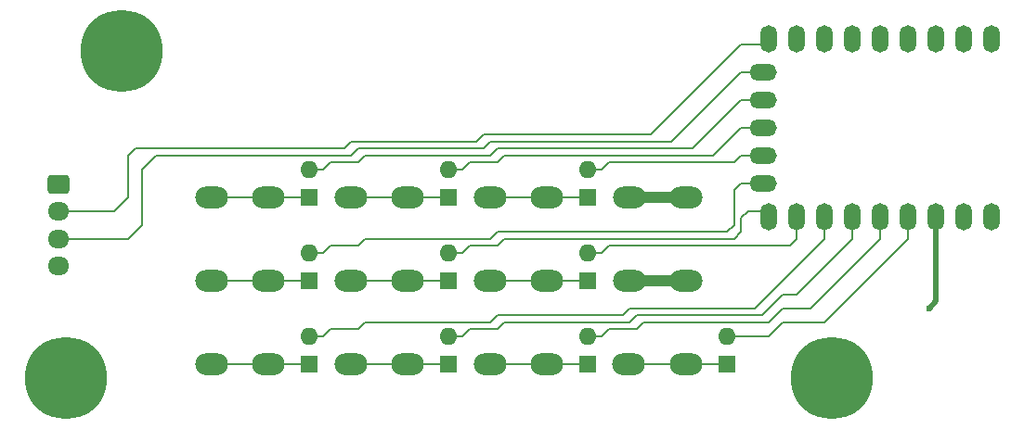
<source format=gbl>
G04 #@! TF.GenerationSoftware,KiCad,Pcbnew,8.0.2*
G04 #@! TF.CreationDate,2024-06-05T08:55:07+09:00*
G04 #@! TF.ProjectId,rainbow2v5-rp2040,7261696e-626f-4773-9276-352d72703230,rev?*
G04 #@! TF.SameCoordinates,Original*
G04 #@! TF.FileFunction,Copper,L2,Bot*
G04 #@! TF.FilePolarity,Positive*
%FSLAX46Y46*%
G04 Gerber Fmt 4.6, Leading zero omitted, Abs format (unit mm)*
G04 Created by KiCad (PCBNEW 8.0.2) date 2024-06-05 08:55:07*
%MOMM*%
%LPD*%
G01*
G04 APERTURE LIST*
G04 Aperture macros list*
%AMRoundRect*
0 Rectangle with rounded corners*
0 $1 Rounding radius*
0 $2 $3 $4 $5 $6 $7 $8 $9 X,Y pos of 4 corners*
0 Add a 4 corners polygon primitive as box body*
4,1,4,$2,$3,$4,$5,$6,$7,$8,$9,$2,$3,0*
0 Add four circle primitives for the rounded corners*
1,1,$1+$1,$2,$3*
1,1,$1+$1,$4,$5*
1,1,$1+$1,$6,$7*
1,1,$1+$1,$8,$9*
0 Add four rect primitives between the rounded corners*
20,1,$1+$1,$2,$3,$4,$5,0*
20,1,$1+$1,$4,$5,$6,$7,0*
20,1,$1+$1,$6,$7,$8,$9,0*
20,1,$1+$1,$8,$9,$2,$3,0*%
G04 Aperture macros list end*
G04 #@! TA.AperFunction,ComponentPad*
%ADD10C,4.700000*%
G04 #@! TD*
G04 #@! TA.AperFunction,ConnectorPad*
%ADD11C,7.500000*%
G04 #@! TD*
G04 #@! TA.AperFunction,ComponentPad*
%ADD12O,3.000000X2.000000*%
G04 #@! TD*
G04 #@! TA.AperFunction,ComponentPad*
%ADD13RoundRect,0.250000X-0.725000X0.600000X-0.725000X-0.600000X0.725000X-0.600000X0.725000X0.600000X0*%
G04 #@! TD*
G04 #@! TA.AperFunction,ComponentPad*
%ADD14O,1.950000X1.700000*%
G04 #@! TD*
G04 #@! TA.AperFunction,ComponentPad*
%ADD15R,1.600000X1.600000*%
G04 #@! TD*
G04 #@! TA.AperFunction,ComponentPad*
%ADD16O,1.600000X1.600000*%
G04 #@! TD*
G04 #@! TA.AperFunction,SMDPad,CuDef*
%ADD17O,1.500000X2.500000*%
G04 #@! TD*
G04 #@! TA.AperFunction,SMDPad,CuDef*
%ADD18O,2.500000X1.500000*%
G04 #@! TD*
G04 #@! TA.AperFunction,ViaPad*
%ADD19C,0.600000*%
G04 #@! TD*
G04 #@! TA.AperFunction,Conductor*
%ADD20C,1.000000*%
G04 #@! TD*
G04 #@! TA.AperFunction,Conductor*
%ADD21C,0.200000*%
G04 #@! TD*
G04 #@! TA.AperFunction,Conductor*
%ADD22C,0.500000*%
G04 #@! TD*
G04 APERTURE END LIST*
D10*
X71755000Y-34925000D03*
D11*
X71755000Y-34925000D03*
D12*
X92710000Y-63500000D03*
X97910000Y-63500000D03*
X92710000Y-55880000D03*
X97910000Y-55880000D03*
X92710000Y-48260000D03*
X97910000Y-48260000D03*
X80010000Y-55880000D03*
X85210000Y-55880000D03*
X118110000Y-48260000D03*
X123310000Y-48260000D03*
X80010000Y-63500000D03*
X85210000Y-63500000D03*
X105410000Y-48260000D03*
X110610000Y-48260000D03*
D10*
X66675000Y-64770000D03*
D11*
X66675000Y-64770000D03*
D12*
X105410000Y-55880000D03*
X110610000Y-55880000D03*
X80010000Y-48260000D03*
X85210000Y-48260000D03*
X118110000Y-55880000D03*
X123310000Y-55880000D03*
D10*
X136525000Y-64770000D03*
D11*
X136525000Y-64770000D03*
D12*
X118050000Y-63500000D03*
X123250000Y-63500000D03*
X105410000Y-63500000D03*
X110610000Y-63500000D03*
D13*
X66040000Y-47070000D03*
D14*
X66040000Y-49570000D03*
X66040000Y-52070000D03*
X66040000Y-54570000D03*
D15*
X114300000Y-63500000D03*
D16*
X114300000Y-60960000D03*
D15*
X88900000Y-55880000D03*
D16*
X88900000Y-53340000D03*
D15*
X88900000Y-48260000D03*
D16*
X88900000Y-45720000D03*
D15*
X101600000Y-48260000D03*
D16*
X101600000Y-45720000D03*
D15*
X114300000Y-55880000D03*
D16*
X114300000Y-53340000D03*
D17*
X151130000Y-33790000D03*
X148590000Y-33790000D03*
X146050000Y-33790000D03*
X143510000Y-33790000D03*
X140970000Y-33790000D03*
X138430000Y-33790000D03*
X135890000Y-33790000D03*
X133350000Y-33790000D03*
X130810000Y-33790000D03*
D18*
X130310000Y-36830000D03*
X130310000Y-39370000D03*
X130310000Y-41910000D03*
X130310000Y-44450000D03*
X130310000Y-46990000D03*
D17*
X130810000Y-50030000D03*
X133350000Y-50030000D03*
X135890000Y-50030000D03*
X138430000Y-50030000D03*
X140970000Y-50030000D03*
X143510000Y-50030000D03*
X146050000Y-50030000D03*
X148590000Y-50030000D03*
X151130000Y-50030000D03*
D15*
X114300000Y-48260000D03*
D16*
X114300000Y-45720000D03*
D15*
X101600000Y-63500000D03*
D16*
X101600000Y-60960000D03*
D15*
X127000000Y-63500000D03*
D16*
X127000000Y-60960000D03*
D15*
X88900000Y-63500000D03*
D16*
X88900000Y-60960000D03*
D15*
X101600000Y-55880000D03*
D16*
X101600000Y-53340000D03*
D19*
X151130000Y-50800000D03*
X151130000Y-49530000D03*
X148590000Y-50800000D03*
X148590000Y-49530000D03*
X148590000Y-34290000D03*
X151130000Y-34290000D03*
X135890000Y-49530000D03*
X130810000Y-46990000D03*
X138430000Y-49530000D03*
X130810000Y-49530000D03*
X140970000Y-49530000D03*
X133350000Y-49530000D03*
X143510000Y-49530000D03*
X130810000Y-39370000D03*
X130810000Y-41910000D03*
X130810000Y-44450000D03*
X130810000Y-34290000D03*
X130810000Y-36830000D03*
X145415000Y-58420000D03*
X146050000Y-49530000D03*
X146050000Y-34290000D03*
X138430000Y-34290000D03*
X143510000Y-34290000D03*
X133350000Y-34290000D03*
X140970000Y-34290000D03*
X135890000Y-34290000D03*
D20*
X123310000Y-55880000D02*
X118110000Y-55880000D01*
X118110000Y-48260000D02*
X123310000Y-48260000D01*
D21*
X93980000Y-59690000D02*
X105410000Y-59690000D01*
X90805000Y-60325000D02*
X93345000Y-60325000D01*
X93345000Y-60325000D02*
X93980000Y-59690000D01*
X118144657Y-58420000D02*
X129540000Y-58420000D01*
X105410000Y-59690000D02*
X106045000Y-59055000D01*
X90170000Y-60960000D02*
X90805000Y-60325000D01*
X106045000Y-59055000D02*
X117509657Y-59055000D01*
X135890000Y-52070000D02*
X135890000Y-49530000D01*
X129540000Y-58420000D02*
X135890000Y-52070000D01*
X88900000Y-60960000D02*
X90170000Y-60960000D01*
X117509657Y-59055000D02*
X118144657Y-58420000D01*
X93345000Y-52705000D02*
X93980000Y-52070000D01*
X128270000Y-46990000D02*
X130810000Y-46990000D01*
X127000000Y-51435000D02*
X127635000Y-50800000D01*
X106045000Y-51435000D02*
X127000000Y-51435000D01*
X127635000Y-47625000D02*
X128270000Y-46990000D01*
X90805000Y-52705000D02*
X93345000Y-52705000D01*
X90170000Y-53340000D02*
X90805000Y-52705000D01*
X105410000Y-52070000D02*
X106045000Y-51435000D01*
X88900000Y-53340000D02*
X90170000Y-53340000D01*
X127635000Y-50800000D02*
X127635000Y-47625000D01*
X93980000Y-52070000D02*
X105410000Y-52070000D01*
X133350000Y-57150000D02*
X138430000Y-52070000D01*
X132080000Y-57150000D02*
X133350000Y-57150000D01*
X102870000Y-60960000D02*
X103505000Y-60325000D01*
X103505000Y-60325000D02*
X106045000Y-60325000D01*
X130175000Y-59055000D02*
X132080000Y-57150000D01*
X118745000Y-59055000D02*
X130175000Y-59055000D01*
X138430000Y-52070000D02*
X138430000Y-49530000D01*
X106680000Y-59690000D02*
X118110000Y-59690000D01*
X106045000Y-60325000D02*
X106680000Y-59690000D01*
X118110000Y-59690000D02*
X118745000Y-59055000D01*
X101600000Y-60960000D02*
X102870000Y-60960000D01*
X128905000Y-49530000D02*
X130810000Y-49530000D01*
X106045000Y-52705000D02*
X106680000Y-52070000D01*
X128270000Y-50165000D02*
X128905000Y-49530000D01*
X106680000Y-52070000D02*
X127635000Y-52070000D01*
X101600000Y-53340000D02*
X102870000Y-53340000D01*
X128270000Y-51435000D02*
X128270000Y-50165000D01*
X127635000Y-52070000D02*
X128270000Y-51435000D01*
X102870000Y-53340000D02*
X103505000Y-52705000D01*
X103505000Y-52705000D02*
X106045000Y-52705000D01*
X115570000Y-60960000D02*
X116205000Y-60325000D01*
X130810000Y-59690000D02*
X132080000Y-58420000D01*
X119380000Y-59690000D02*
X130810000Y-59690000D01*
X134620000Y-58420000D02*
X140970000Y-52070000D01*
X140970000Y-52070000D02*
X140970000Y-49530000D01*
X114300000Y-60960000D02*
X115570000Y-60960000D01*
X118745000Y-60325000D02*
X119380000Y-59690000D01*
X116205000Y-60325000D02*
X118745000Y-60325000D01*
X132080000Y-58420000D02*
X134620000Y-58420000D01*
X132715000Y-52705000D02*
X133350000Y-52070000D01*
X114300000Y-53340000D02*
X115570000Y-53340000D01*
X116205000Y-52705000D02*
X132715000Y-52705000D01*
X133350000Y-52070000D02*
X133350000Y-49530000D01*
X115570000Y-53340000D02*
X116205000Y-52705000D01*
X127000000Y-60960000D02*
X130810000Y-60960000D01*
X130810000Y-60960000D02*
X132080000Y-59690000D01*
X135890000Y-59690000D02*
X143510000Y-52070000D01*
X143510000Y-52070000D02*
X143510000Y-49530000D01*
X132080000Y-59690000D02*
X135890000Y-59690000D01*
X93980000Y-44450000D02*
X105410000Y-44450000D01*
X90170000Y-45720000D02*
X90805000Y-45085000D01*
X93345000Y-45085000D02*
X93980000Y-44450000D01*
X106045000Y-43815000D02*
X123825000Y-43815000D01*
X90805000Y-45085000D02*
X93345000Y-45085000D01*
X105410000Y-44450000D02*
X106045000Y-43815000D01*
X128270000Y-39370000D02*
X130810000Y-39370000D01*
X123825000Y-43815000D02*
X128270000Y-39370000D01*
X88900000Y-45720000D02*
X90170000Y-45720000D01*
X106680000Y-44450000D02*
X125730000Y-44450000D01*
X128270000Y-41910000D02*
X130810000Y-41910000D01*
X102870000Y-45720000D02*
X103505000Y-45085000D01*
X106045000Y-45085000D02*
X106680000Y-44450000D01*
X125730000Y-44450000D02*
X128270000Y-41910000D01*
X103505000Y-45085000D02*
X106045000Y-45085000D01*
X101600000Y-45720000D02*
X102870000Y-45720000D01*
X114300000Y-45720000D02*
X115570000Y-45720000D01*
X115570000Y-45720000D02*
X116205000Y-45085000D01*
X127635000Y-45085000D02*
X128270000Y-44450000D01*
X128270000Y-44450000D02*
X130810000Y-44450000D01*
X116205000Y-45085000D02*
X127635000Y-45085000D01*
X72390000Y-48260000D02*
X72390000Y-44450000D01*
X92710000Y-43180000D02*
X104140000Y-43180000D01*
X66040000Y-49570000D02*
X71080000Y-49570000D01*
X104140000Y-43180000D02*
X104775000Y-42545000D01*
X92075000Y-43815000D02*
X92710000Y-43180000D01*
X104775000Y-42545000D02*
X120015000Y-42545000D01*
X72390000Y-44450000D02*
X73025000Y-43815000D01*
X71080000Y-49570000D02*
X72390000Y-48260000D01*
X73025000Y-43815000D02*
X92075000Y-43815000D01*
X120015000Y-42545000D02*
X128270000Y-34290000D01*
X128270000Y-34290000D02*
X130810000Y-34290000D01*
X105410000Y-43180000D02*
X121920000Y-43180000D01*
X93345000Y-43815000D02*
X104775000Y-43815000D01*
X66040000Y-52070000D02*
X72390000Y-52070000D01*
X72390000Y-52070000D02*
X73660000Y-50800000D01*
X73660000Y-45720000D02*
X74930000Y-44450000D01*
X121920000Y-43180000D02*
X128270000Y-36830000D01*
X74930000Y-44450000D02*
X92710000Y-44450000D01*
X104775000Y-43815000D02*
X105410000Y-43180000D01*
X73660000Y-50800000D02*
X73660000Y-45720000D01*
X128270000Y-36830000D02*
X130810000Y-36830000D01*
X92710000Y-44450000D02*
X93345000Y-43815000D01*
D22*
X146050000Y-49530000D02*
X146050000Y-57785000D01*
X146050000Y-57785000D02*
X145415000Y-58420000D01*
D21*
X80010000Y-63500000D02*
X85210000Y-63500000D01*
X85210000Y-63500000D02*
X88900000Y-63500000D01*
X80010000Y-55880000D02*
X85210000Y-55880000D01*
X85210000Y-55880000D02*
X88900000Y-55880000D01*
X97910000Y-63500000D02*
X92710000Y-63500000D01*
X97910000Y-63500000D02*
X101600000Y-63500000D01*
X92710000Y-55880000D02*
X97910000Y-55880000D01*
X101600000Y-55880000D02*
X97910000Y-55880000D01*
X114300000Y-63500000D02*
X110610000Y-63500000D01*
X110610000Y-63500000D02*
X105410000Y-63500000D01*
X105410000Y-55880000D02*
X110610000Y-55880000D01*
X114300000Y-55880000D02*
X110610000Y-55880000D01*
X118050000Y-63500000D02*
X123250000Y-63500000D01*
X127000000Y-63500000D02*
X123250000Y-63500000D01*
X88900000Y-48260000D02*
X85210000Y-48260000D01*
X85210000Y-48260000D02*
X80010000Y-48260000D01*
X101600000Y-48260000D02*
X97910000Y-48260000D01*
X92710000Y-48260000D02*
X97910000Y-48260000D01*
X114300000Y-48260000D02*
X110610000Y-48260000D01*
X110610000Y-48260000D02*
X105410000Y-48260000D01*
M02*

</source>
